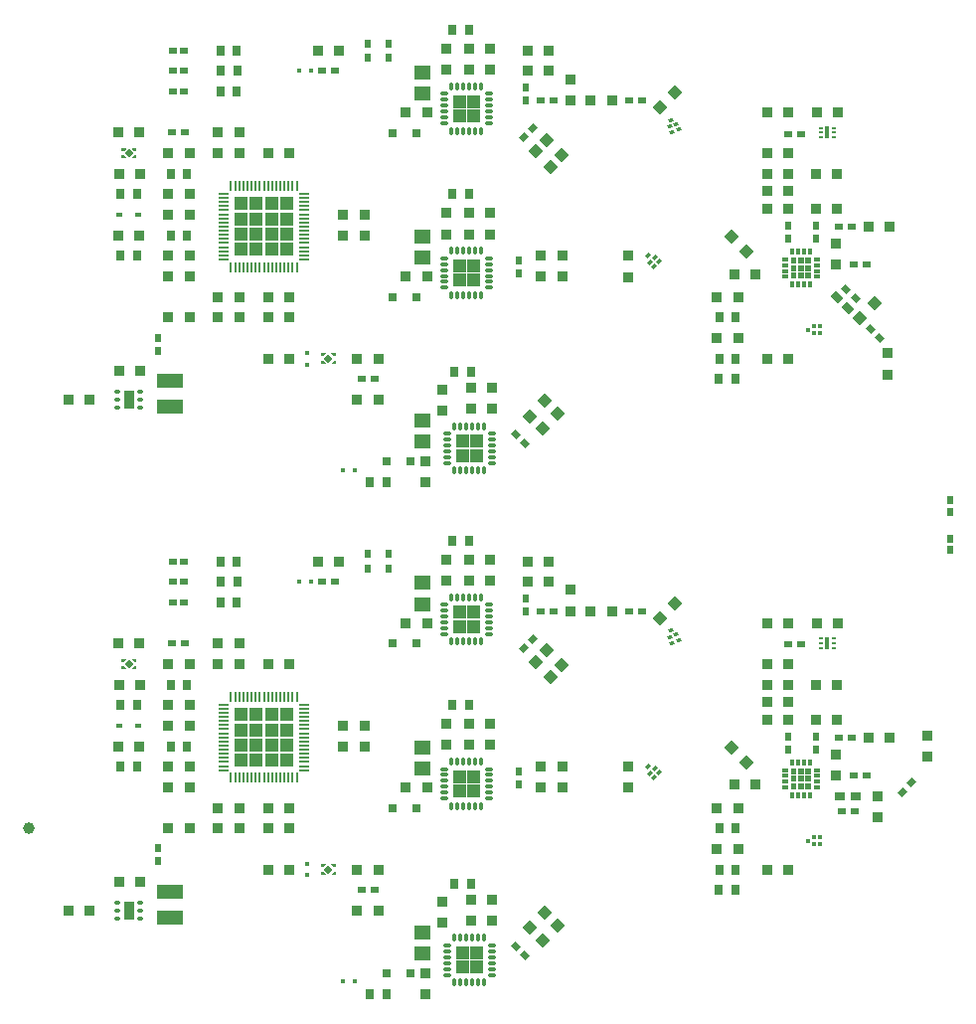
<source format=gtp>
G04*
G04 #@! TF.GenerationSoftware,Altium Limited,Altium Designer,22.5.1 (42)*
G04*
G04 Layer_Color=8421504*
%FSLAX25Y25*%
%MOIN*%
G70*
G04*
G04 #@! TF.SameCoordinates,832724F5-B549-4049-99F2-7D55CE51EEB7*
G04*
G04*
G04 #@! TF.FilePolarity,Positive*
G04*
G01*
G75*
%ADD20C,0.03937*%
G04:AMPARAMS|DCode=21|XSize=11.81mil|YSize=17.72mil|CornerRadius=0.3mil|HoleSize=0mil|Usage=FLASHONLY|Rotation=0.000|XOffset=0mil|YOffset=0mil|HoleType=Round|Shape=RoundedRectangle|*
%AMROUNDEDRECTD21*
21,1,0.01181,0.01713,0,0,0.0*
21,1,0.01122,0.01772,0,0,0.0*
1,1,0.00059,0.00561,-0.00856*
1,1,0.00059,-0.00561,-0.00856*
1,1,0.00059,-0.00561,0.00856*
1,1,0.00059,0.00561,0.00856*
%
%ADD21ROUNDEDRECTD21*%
G04:AMPARAMS|DCode=22|XSize=11.81mil|YSize=17.72mil|CornerRadius=0.3mil|HoleSize=0mil|Usage=FLASHONLY|Rotation=90.000|XOffset=0mil|YOffset=0mil|HoleType=Round|Shape=RoundedRectangle|*
%AMROUNDEDRECTD22*
21,1,0.01181,0.01713,0,0,90.0*
21,1,0.01122,0.01772,0,0,90.0*
1,1,0.00059,0.00856,0.00561*
1,1,0.00059,0.00856,-0.00561*
1,1,0.00059,-0.00856,-0.00561*
1,1,0.00059,-0.00856,0.00561*
%
%ADD22ROUNDEDRECTD22*%
%ADD23O,0.01181X0.03150*%
%ADD24O,0.03150X0.01181*%
G04:AMPARAMS|DCode=25|XSize=9.06mil|YSize=33.47mil|CornerRadius=1.13mil|HoleSize=0mil|Usage=FLASHONLY|Rotation=90.000|XOffset=0mil|YOffset=0mil|HoleType=Round|Shape=RoundedRectangle|*
%AMROUNDEDRECTD25*
21,1,0.00906,0.03120,0,0,90.0*
21,1,0.00679,0.03347,0,0,90.0*
1,1,0.00226,0.01560,0.00340*
1,1,0.00226,0.01560,-0.00340*
1,1,0.00226,-0.01560,-0.00340*
1,1,0.00226,-0.01560,0.00340*
%
%ADD25ROUNDEDRECTD25*%
G04:AMPARAMS|DCode=26|XSize=9.06mil|YSize=33.47mil|CornerRadius=1.13mil|HoleSize=0mil|Usage=FLASHONLY|Rotation=0.000|XOffset=0mil|YOffset=0mil|HoleType=Round|Shape=RoundedRectangle|*
%AMROUNDEDRECTD26*
21,1,0.00906,0.03120,0,0,0.0*
21,1,0.00679,0.03347,0,0,0.0*
1,1,0.00226,0.00340,-0.01560*
1,1,0.00226,-0.00340,-0.01560*
1,1,0.00226,-0.00340,0.01560*
1,1,0.00226,0.00340,0.01560*
%
%ADD26ROUNDEDRECTD26*%
G04:AMPARAMS|DCode=27|XSize=25.81mil|YSize=21.65mil|CornerRadius=0mil|HoleSize=0mil|Usage=FLASHONLY|Rotation=45.000|XOffset=0mil|YOffset=0mil|HoleType=Round|Shape=Rectangle|*
%AMROTATEDRECTD27*
4,1,4,-0.00147,-0.01678,-0.01678,-0.00147,0.00147,0.01678,0.01678,0.00147,-0.00147,-0.01678,0.0*
%
%ADD27ROTATEDRECTD27*%

G04:AMPARAMS|DCode=28|XSize=11.81mil|YSize=14.76mil|CornerRadius=0.3mil|HoleSize=0mil|Usage=FLASHONLY|Rotation=315.000|XOffset=0mil|YOffset=0mil|HoleType=Round|Shape=RoundedRectangle|*
%AMROUNDEDRECTD28*
21,1,0.01181,0.01417,0,0,315.0*
21,1,0.01122,0.01476,0,0,315.0*
1,1,0.00059,-0.00104,-0.00898*
1,1,0.00059,-0.00898,-0.00104*
1,1,0.00059,0.00104,0.00898*
1,1,0.00059,0.00898,0.00104*
%
%ADD28ROUNDEDRECTD28*%
%ADD29R,0.03543X0.03543*%
%ADD30R,0.03000X0.03000*%
%ADD31R,0.01600X0.01600*%
%ADD32R,0.03543X0.03543*%
G04:AMPARAMS|DCode=33|XSize=9.45mil|YSize=14.57mil|CornerRadius=0.94mil|HoleSize=0mil|Usage=FLASHONLY|Rotation=270.000|XOffset=0mil|YOffset=0mil|HoleType=Round|Shape=RoundedRectangle|*
%AMROUNDEDRECTD33*
21,1,0.00945,0.01268,0,0,270.0*
21,1,0.00756,0.01457,0,0,270.0*
1,1,0.00189,-0.00634,-0.00378*
1,1,0.00189,-0.00634,0.00378*
1,1,0.00189,0.00634,0.00378*
1,1,0.00189,0.00634,-0.00378*
%
%ADD33ROUNDEDRECTD33*%
G04:AMPARAMS|DCode=34|XSize=13.78mil|YSize=40.55mil|CornerRadius=0mil|HoleSize=0mil|Usage=FLASHONLY|Rotation=0.000|XOffset=0mil|YOffset=0mil|HoleType=Round|Shape=RoundedRectangle|*
%AMROUNDEDRECTD34*
21,1,0.01378,0.04055,0,0,0.0*
21,1,0.01378,0.04055,0,0,0.0*
1,1,0.00000,0.00689,-0.02028*
1,1,0.00000,-0.00689,-0.02028*
1,1,0.00000,-0.00689,0.02028*
1,1,0.00000,0.00689,0.02028*
%
%ADD34ROUNDEDRECTD34*%
G04:AMPARAMS|DCode=35|XSize=35.43mil|YSize=59.06mil|CornerRadius=0mil|HoleSize=0mil|Usage=FLASHONLY|Rotation=180.000|XOffset=0mil|YOffset=0mil|HoleType=Round|Shape=RoundedRectangle|*
%AMROUNDEDRECTD35*
21,1,0.03543,0.05906,0,0,180.0*
21,1,0.03543,0.05906,0,0,180.0*
1,1,0.00000,-0.01772,0.02953*
1,1,0.00000,0.01772,0.02953*
1,1,0.00000,0.01772,-0.02953*
1,1,0.00000,-0.01772,-0.02953*
%
%ADD35ROUNDEDRECTD35*%
G04:AMPARAMS|DCode=36|XSize=11.81mil|YSize=17.72mil|CornerRadius=1.95mil|HoleSize=0mil|Usage=FLASHONLY|Rotation=270.000|XOffset=0mil|YOffset=0mil|HoleType=Round|Shape=RoundedRectangle|*
%AMROUNDEDRECTD36*
21,1,0.01181,0.01382,0,0,270.0*
21,1,0.00791,0.01772,0,0,270.0*
1,1,0.00390,-0.00691,-0.00396*
1,1,0.00390,-0.00691,0.00396*
1,1,0.00390,0.00691,0.00396*
1,1,0.00390,0.00691,-0.00396*
%
%ADD36ROUNDEDRECTD36*%
%ADD37P,0.02951X4X180.0*%
%ADD38R,0.00591X0.00984*%
%ADD39R,0.08700X0.04600*%
%ADD40R,0.02581X0.02165*%
%ADD41R,0.02165X0.02581*%
G04:AMPARAMS|DCode=42|XSize=11.81mil|YSize=14.76mil|CornerRadius=0.3mil|HoleSize=0mil|Usage=FLASHONLY|Rotation=0.000|XOffset=0mil|YOffset=0mil|HoleType=Round|Shape=RoundedRectangle|*
%AMROUNDEDRECTD42*
21,1,0.01181,0.01417,0,0,0.0*
21,1,0.01122,0.01476,0,0,0.0*
1,1,0.00059,0.00561,-0.00709*
1,1,0.00059,-0.00561,-0.00709*
1,1,0.00059,-0.00561,0.00709*
1,1,0.00059,0.00561,0.00709*
%
%ADD42ROUNDEDRECTD42*%
G04:AMPARAMS|DCode=43|XSize=11.81mil|YSize=14.76mil|CornerRadius=0.3mil|HoleSize=0mil|Usage=FLASHONLY|Rotation=295.000|XOffset=0mil|YOffset=0mil|HoleType=Round|Shape=RoundedRectangle|*
%AMROUNDEDRECTD43*
21,1,0.01181,0.01417,0,0,295.0*
21,1,0.01122,0.01476,0,0,295.0*
1,1,0.00059,-0.00405,-0.00808*
1,1,0.00059,-0.00879,0.00209*
1,1,0.00059,0.00405,0.00808*
1,1,0.00059,0.00879,-0.00209*
%
%ADD43ROUNDEDRECTD43*%
%ADD44R,0.03150X0.03543*%
%ADD45R,0.02000X0.03000*%
%ADD46R,0.03543X0.02756*%
%ADD47P,0.05011X4X360.0*%
%ADD48R,0.05512X0.04724*%
%ADD49R,0.02362X0.03150*%
%ADD50R,0.01600X0.01600*%
%ADD51R,0.03000X0.02000*%
%ADD52P,0.05011X4X90.0*%
G04:AMPARAMS|DCode=53|XSize=25.81mil|YSize=21.65mil|CornerRadius=0mil|HoleSize=0mil|Usage=FLASHONLY|Rotation=315.000|XOffset=0mil|YOffset=0mil|HoleType=Round|Shape=Rectangle|*
%AMROTATEDRECTD53*
4,1,4,-0.01678,0.00147,-0.00147,0.01678,0.01678,-0.00147,0.00147,-0.01678,-0.01678,0.00147,0.0*
%
%ADD53ROTATEDRECTD53*%

G04:AMPARAMS|DCode=54|XSize=35.43mil|YSize=27.56mil|CornerRadius=0mil|HoleSize=0mil|Usage=FLASHONLY|Rotation=315.000|XOffset=0mil|YOffset=0mil|HoleType=Round|Shape=Rectangle|*
%AMROTATEDRECTD54*
4,1,4,-0.02227,0.00278,-0.00278,0.02227,0.02227,-0.00278,0.00278,-0.02227,-0.02227,0.00278,0.0*
%
%ADD54ROTATEDRECTD54*%

%ADD55R,0.02000X0.01400*%
G36*
X58563Y131693D02*
X57776D01*
X57087Y132382D01*
Y132677D01*
X58563D01*
Y131693D01*
D02*
G37*
G36*
X55118Y132382D02*
X54429Y131693D01*
X53642D01*
Y132677D01*
X55118D01*
Y132382D01*
D02*
G37*
G36*
X58563Y129134D02*
X56890D01*
Y129232D01*
X57776Y130118D01*
X58563D01*
Y129134D01*
D02*
G37*
G36*
X55118Y129429D02*
Y129134D01*
X53642D01*
Y130118D01*
X54429D01*
X55118Y129429D01*
D02*
G37*
G36*
X111221Y116142D02*
X111221Y111811D01*
X106890Y111811D01*
X106890Y116142D01*
X111221Y116142D01*
D02*
G37*
G36*
X106102Y116142D02*
X106102Y111811D01*
X101772Y111811D01*
X101772Y116142D01*
X106102Y116142D01*
D02*
G37*
G36*
X100984D02*
X100984Y111811D01*
X96654Y111811D01*
X96653Y116142D01*
X100984Y116142D01*
D02*
G37*
G36*
X95866D02*
X95866Y111811D01*
X91536Y111811D01*
X91535Y116142D01*
X95866Y116142D01*
D02*
G37*
G36*
X111220Y111024D02*
X111221Y106693D01*
X106890Y106693D01*
X106890Y111024D01*
X111220Y111024D01*
D02*
G37*
G36*
X106102Y111024D02*
X106102Y106693D01*
X101772Y106693D01*
X101772Y111024D01*
X106102Y111024D01*
D02*
G37*
G36*
X100984D02*
X100984Y106693D01*
X96654Y106693D01*
X96653Y111024D01*
X100984Y111024D01*
D02*
G37*
G36*
X95866D02*
X95866Y106693D01*
X91536Y106693D01*
X91535Y111024D01*
X95866Y111024D01*
D02*
G37*
G36*
X111221Y105905D02*
X111221Y101575D01*
X106890Y101575D01*
X106890Y105905D01*
X111221Y105905D01*
D02*
G37*
G36*
X106102Y105905D02*
X106102Y101575D01*
X101772Y101575D01*
X101772Y105905D01*
X106102Y105905D01*
D02*
G37*
G36*
X100984D02*
X100984Y101575D01*
X96654Y101575D01*
X96654Y105905D01*
X100984Y105905D01*
D02*
G37*
G36*
X95866D02*
X95866Y101575D01*
X91536Y101575D01*
X91536Y105905D01*
X95866Y105905D01*
D02*
G37*
G36*
X111221Y100787D02*
X111221Y96457D01*
X106890Y96457D01*
X106890Y100787D01*
X111221Y100787D01*
D02*
G37*
G36*
X106102Y100787D02*
X106102Y96457D01*
X101772Y96457D01*
X101772Y100787D01*
X106102Y100787D01*
D02*
G37*
G36*
X100984D02*
X100984Y96457D01*
X96653Y96457D01*
X96653Y100787D01*
X100984Y100787D01*
D02*
G37*
G36*
X95866D02*
X95866Y96457D01*
X91535Y96457D01*
X91535Y100787D01*
X95866Y100787D01*
D02*
G37*
G36*
X122047Y63484D02*
X121358Y62795D01*
X120571D01*
Y63779D01*
X122047D01*
Y63484D01*
D02*
G37*
G36*
Y60532D02*
Y60236D01*
X120571D01*
Y61221D01*
X121358D01*
X122047Y60532D01*
D02*
G37*
G36*
X173819Y146063D02*
X169488D01*
X169488Y150394D01*
X173819Y150394D01*
X173819Y146063D01*
D02*
G37*
G36*
X169095Y150394D02*
Y146063D01*
X164764Y146063D01*
Y150394D01*
X169095Y150394D01*
D02*
G37*
G36*
X173819Y141339D02*
X169488Y141339D01*
X169488Y145669D01*
X173819Y145669D01*
X173819Y141339D01*
D02*
G37*
G36*
X169095Y145669D02*
X169095Y141339D01*
X164764Y141339D01*
X164764Y145669D01*
X169095Y145669D01*
D02*
G37*
G36*
X284941Y93878D02*
X282972D01*
Y95846D01*
X284941D01*
Y93878D01*
D02*
G37*
G36*
X282480D02*
X280512D01*
Y95846D01*
X282480D01*
Y93878D01*
D02*
G37*
G36*
X280020D02*
X278051D01*
Y95846D01*
X280020D01*
Y93878D01*
D02*
G37*
G36*
X284941Y91417D02*
X282972D01*
Y93385D01*
X284941D01*
Y91417D01*
D02*
G37*
G36*
X282480D02*
X280512D01*
Y93385D01*
X282480D01*
Y91417D01*
D02*
G37*
G36*
X280020D02*
X278051D01*
Y93385D01*
X280020D01*
Y91417D01*
D02*
G37*
G36*
X173819Y90945D02*
X169488D01*
X169488Y95276D01*
X173819Y95276D01*
X173819Y90945D01*
D02*
G37*
G36*
X169095Y95276D02*
Y90945D01*
X164764Y90945D01*
Y95276D01*
X169095Y95276D01*
D02*
G37*
G36*
X284941Y88956D02*
X282972D01*
Y90925D01*
X284941D01*
Y88956D01*
D02*
G37*
G36*
X282480D02*
X280512D01*
Y90925D01*
X282480D01*
Y88956D01*
D02*
G37*
G36*
X280020D02*
X278051D01*
Y90925D01*
X280020D01*
Y88956D01*
D02*
G37*
G36*
X173819Y86221D02*
X169488Y86221D01*
X169488Y90551D01*
X173819Y90551D01*
X173819Y86221D01*
D02*
G37*
G36*
X169095Y90551D02*
X169095Y86221D01*
X164764Y86221D01*
X164764Y90551D01*
X169095Y90551D01*
D02*
G37*
G36*
X125492Y62795D02*
X124705D01*
X124016Y63484D01*
Y63779D01*
X125492D01*
Y62795D01*
D02*
G37*
G36*
Y60236D02*
X123819D01*
Y60335D01*
X124705Y61221D01*
X125492D01*
Y60236D01*
D02*
G37*
G36*
X174803Y31760D02*
X170472D01*
X170472Y36090D01*
X174803Y36090D01*
X174803Y31760D01*
D02*
G37*
G36*
X170079Y36090D02*
Y31760D01*
X165748Y31760D01*
Y36090D01*
X170079Y36090D01*
D02*
G37*
G36*
X174803Y27035D02*
X170472Y27035D01*
X170472Y31366D01*
X174803Y31366D01*
X174803Y27035D01*
D02*
G37*
G36*
X170079Y31366D02*
X170079Y27035D01*
X165748Y27035D01*
X165748Y31366D01*
X170079Y31366D01*
D02*
G37*
G36*
X173819Y317323D02*
X169488D01*
X169488Y321654D01*
X173819Y321654D01*
X173819Y317323D01*
D02*
G37*
G36*
X169095Y321654D02*
Y317323D01*
X164764Y317323D01*
Y321654D01*
X169095Y321654D01*
D02*
G37*
G36*
X173819Y312598D02*
X169488Y312598D01*
X169488Y316929D01*
X173819Y316929D01*
X173819Y312598D01*
D02*
G37*
G36*
X169095Y316929D02*
X169095Y312598D01*
X164764Y312598D01*
X164764Y316929D01*
X169095Y316929D01*
D02*
G37*
G36*
X58563Y302953D02*
X57776D01*
X57087Y303642D01*
Y303937D01*
X58563D01*
Y302953D01*
D02*
G37*
G36*
X55118Y303642D02*
X54429Y302953D01*
X53642D01*
Y303937D01*
X55118D01*
Y303642D01*
D02*
G37*
G36*
X58563Y300394D02*
X56890D01*
Y300492D01*
X57776Y301378D01*
X58563D01*
Y300394D01*
D02*
G37*
G36*
X55118Y300689D02*
Y300394D01*
X53642D01*
Y301378D01*
X54429D01*
X55118Y300689D01*
D02*
G37*
G36*
X111221Y287402D02*
X111221Y283071D01*
X106890Y283071D01*
X106890Y287402D01*
X111221Y287402D01*
D02*
G37*
G36*
X106103Y287402D02*
X106103Y283071D01*
X101772Y283071D01*
X101772Y287402D01*
X106103Y287402D01*
D02*
G37*
G36*
X100984D02*
X100984Y283071D01*
X96654Y283071D01*
X96654Y287402D01*
X100984Y287402D01*
D02*
G37*
G36*
X95866D02*
X95866Y283071D01*
X91536Y283071D01*
X91536Y287402D01*
X95866Y287402D01*
D02*
G37*
G36*
X111221Y282283D02*
X111221Y277953D01*
X106890Y277953D01*
X106890Y282283D01*
X111221Y282283D01*
D02*
G37*
G36*
X106102Y282283D02*
X106103Y277953D01*
X101772Y277953D01*
X101772Y282283D01*
X106102Y282283D01*
D02*
G37*
G36*
X100984D02*
X100984Y277953D01*
X96654Y277953D01*
X96654Y282283D01*
X100984Y282283D01*
D02*
G37*
G36*
X95866D02*
X95866Y277953D01*
X91536Y277953D01*
X91536Y282283D01*
X95866Y282283D01*
D02*
G37*
G36*
X111221Y277165D02*
X111221Y272835D01*
X106890Y272835D01*
X106890Y277165D01*
X111221Y277165D01*
D02*
G37*
G36*
X106103Y277165D02*
X106103Y272835D01*
X101772Y272835D01*
X101772Y277165D01*
X106103Y277165D01*
D02*
G37*
G36*
X100984D02*
X100984Y272835D01*
X96654Y272835D01*
X96654Y277165D01*
X100984Y277165D01*
D02*
G37*
G36*
X95866D02*
X95866Y272835D01*
X91536Y272835D01*
X91536Y277165D01*
X95866Y277165D01*
D02*
G37*
G36*
X111221Y272047D02*
X111221Y267717D01*
X106890Y267717D01*
X106890Y272047D01*
X111221Y272047D01*
D02*
G37*
G36*
X106103Y272047D02*
X106103Y267717D01*
X101772Y267717D01*
X101772Y272047D01*
X106103Y272047D01*
D02*
G37*
G36*
X100984D02*
X100984Y267717D01*
X96654Y267717D01*
X96654Y272047D01*
X100984Y272047D01*
D02*
G37*
G36*
X95866D02*
X95866Y267717D01*
X91536Y267717D01*
X91536Y272047D01*
X95866Y272047D01*
D02*
G37*
G36*
X284941Y265137D02*
X282973D01*
Y267106D01*
X284941D01*
Y265137D01*
D02*
G37*
G36*
X282480D02*
X280512D01*
Y267106D01*
X282480D01*
Y265137D01*
D02*
G37*
G36*
X280020D02*
X278051D01*
Y267106D01*
X280020D01*
Y265137D01*
D02*
G37*
G36*
X284941Y262677D02*
X282973D01*
Y264645D01*
X284941D01*
Y262677D01*
D02*
G37*
G36*
X282480D02*
X280512D01*
Y264645D01*
X282480D01*
Y262677D01*
D02*
G37*
G36*
X280020D02*
X278051D01*
Y264645D01*
X280020D01*
Y262677D01*
D02*
G37*
G36*
X173819Y262205D02*
X169488D01*
X169488Y266535D01*
X173819Y266535D01*
X173819Y262205D01*
D02*
G37*
G36*
X169095Y266535D02*
Y262205D01*
X164764Y262205D01*
Y266535D01*
X169095Y266535D01*
D02*
G37*
G36*
X284941Y260216D02*
X282973D01*
Y262185D01*
X284941D01*
Y260216D01*
D02*
G37*
G36*
X282480D02*
X280512D01*
Y262185D01*
X282480D01*
Y260216D01*
D02*
G37*
G36*
X280020D02*
X278051D01*
Y262185D01*
X280020D01*
Y260216D01*
D02*
G37*
G36*
X173819Y257480D02*
X169488Y257480D01*
X169488Y261811D01*
X173819Y261811D01*
X173819Y257480D01*
D02*
G37*
G36*
X169095Y261811D02*
X169095Y257480D01*
X164764Y257480D01*
X164764Y261811D01*
X169095Y261811D01*
D02*
G37*
G36*
X125492Y234055D02*
X124705D01*
X124016Y234744D01*
Y235039D01*
X125492D01*
Y234055D01*
D02*
G37*
G36*
X122047Y234744D02*
X121358Y234055D01*
X120571D01*
Y235039D01*
X122047D01*
Y234744D01*
D02*
G37*
G36*
X125492Y231496D02*
X123819D01*
Y231594D01*
X124705Y232480D01*
X125492D01*
Y231496D01*
D02*
G37*
G36*
X122047Y231791D02*
Y231496D01*
X120571D01*
Y232480D01*
X121358D01*
X122047Y231791D01*
D02*
G37*
G36*
X174803Y203413D02*
X170473D01*
X170473Y207744D01*
X174803Y207744D01*
X174803Y203413D01*
D02*
G37*
G36*
X170079Y207744D02*
Y203413D01*
X165748Y203413D01*
Y207744D01*
X170079Y207744D01*
D02*
G37*
G36*
X174803Y198689D02*
X170473Y198689D01*
X170473Y203019D01*
X174803Y203019D01*
X174803Y198689D01*
D02*
G37*
G36*
X170079Y203019D02*
X170079Y198689D01*
X165748Y198689D01*
X165748Y203019D01*
X170079Y203019D01*
D02*
G37*
D20*
X22638Y75787D02*
D03*
D21*
X284449Y97815D02*
D03*
Y86988D02*
D03*
X278543Y97815D02*
D03*
X280512D02*
D03*
X282480D02*
D03*
Y86988D02*
D03*
X280512D02*
D03*
X278543D02*
D03*
X284449Y269074D02*
D03*
Y258248D02*
D03*
X278543Y269074D02*
D03*
X280512D02*
D03*
X282480D02*
D03*
Y258248D02*
D03*
X280512D02*
D03*
X278543D02*
D03*
D22*
X286910Y89448D02*
D03*
X276083D02*
D03*
X286910Y95354D02*
D03*
Y93385D02*
D03*
Y91417D02*
D03*
X276083D02*
D03*
Y93385D02*
D03*
Y95354D02*
D03*
X286910Y260708D02*
D03*
X276083D02*
D03*
X286910Y266614D02*
D03*
Y264645D02*
D03*
Y262677D02*
D03*
X276083D02*
D03*
Y264645D02*
D03*
Y266614D02*
D03*
D23*
X175197Y39043D02*
D03*
X173228D02*
D03*
X171260D02*
D03*
X169291D02*
D03*
X167323D02*
D03*
X165354D02*
D03*
Y24082D02*
D03*
X167323D02*
D03*
X169291D02*
D03*
X171260D02*
D03*
X173228D02*
D03*
X175197D02*
D03*
X175197Y210697D02*
D03*
X173229D02*
D03*
X171260D02*
D03*
X169291D02*
D03*
X167323D02*
D03*
X165354D02*
D03*
Y195736D02*
D03*
X167323D02*
D03*
X169291D02*
D03*
X171260D02*
D03*
X173229D02*
D03*
X175197D02*
D03*
X174213Y98228D02*
D03*
X172244D02*
D03*
X170276D02*
D03*
X168307D02*
D03*
X166339D02*
D03*
X164370D02*
D03*
Y83268D02*
D03*
X166339D02*
D03*
X168307D02*
D03*
X170276D02*
D03*
X172244D02*
D03*
X174213D02*
D03*
Y153347D02*
D03*
X172244D02*
D03*
X170276D02*
D03*
X168307D02*
D03*
X166339D02*
D03*
X164370D02*
D03*
Y138386D02*
D03*
X166339D02*
D03*
X168307D02*
D03*
X170276D02*
D03*
X172244D02*
D03*
X174213D02*
D03*
X174213Y269488D02*
D03*
X172244D02*
D03*
X170276D02*
D03*
X168307D02*
D03*
X166339D02*
D03*
X164370D02*
D03*
Y254527D02*
D03*
X166339D02*
D03*
X168307D02*
D03*
X170276D02*
D03*
X172244D02*
D03*
X174213D02*
D03*
Y324606D02*
D03*
X172244D02*
D03*
X170276D02*
D03*
X168307D02*
D03*
X166339D02*
D03*
X164370D02*
D03*
Y309646D02*
D03*
X166339D02*
D03*
X168307D02*
D03*
X170276D02*
D03*
X172244D02*
D03*
X174213D02*
D03*
D24*
X162795Y36484D02*
D03*
Y34515D02*
D03*
Y32547D02*
D03*
Y30578D02*
D03*
Y28610D02*
D03*
Y26641D02*
D03*
X177756D02*
D03*
Y28610D02*
D03*
Y30578D02*
D03*
Y32547D02*
D03*
Y34515D02*
D03*
Y36484D02*
D03*
X162795Y208137D02*
D03*
Y206169D02*
D03*
Y204200D02*
D03*
Y202232D02*
D03*
Y200263D02*
D03*
Y198295D02*
D03*
X177756D02*
D03*
Y200263D02*
D03*
Y202232D02*
D03*
Y204200D02*
D03*
Y206169D02*
D03*
Y208137D02*
D03*
X161811Y95669D02*
D03*
Y93701D02*
D03*
Y91732D02*
D03*
Y89764D02*
D03*
Y87795D02*
D03*
Y85827D02*
D03*
X176772D02*
D03*
Y87795D02*
D03*
Y89764D02*
D03*
Y91732D02*
D03*
Y93701D02*
D03*
Y95669D02*
D03*
X161811Y150787D02*
D03*
Y148819D02*
D03*
Y146850D02*
D03*
Y144882D02*
D03*
Y142913D02*
D03*
Y140945D02*
D03*
X176772D02*
D03*
Y142913D02*
D03*
Y144882D02*
D03*
Y146850D02*
D03*
Y148819D02*
D03*
Y150787D02*
D03*
X161811Y266929D02*
D03*
Y264961D02*
D03*
Y262992D02*
D03*
Y261024D02*
D03*
Y259055D02*
D03*
Y257087D02*
D03*
X176772D02*
D03*
Y259055D02*
D03*
Y261024D02*
D03*
Y262992D02*
D03*
Y264961D02*
D03*
Y266929D02*
D03*
X161811Y322047D02*
D03*
Y320079D02*
D03*
Y318110D02*
D03*
Y316142D02*
D03*
Y314173D02*
D03*
Y312205D02*
D03*
X176772D02*
D03*
Y314173D02*
D03*
Y316142D02*
D03*
Y318110D02*
D03*
Y320079D02*
D03*
Y322047D02*
D03*
D25*
X87795Y95276D02*
D03*
Y96653D02*
D03*
Y98032D02*
D03*
Y99409D02*
D03*
Y100787D02*
D03*
Y117323D02*
D03*
Y115945D02*
D03*
Y114567D02*
D03*
Y113189D02*
D03*
Y111811D02*
D03*
Y110433D02*
D03*
Y109055D02*
D03*
Y107677D02*
D03*
Y106299D02*
D03*
Y104921D02*
D03*
Y103543D02*
D03*
Y102165D02*
D03*
X114961Y96653D02*
D03*
Y99409D02*
D03*
Y100787D02*
D03*
Y102165D02*
D03*
Y103543D02*
D03*
Y104921D02*
D03*
Y106299D02*
D03*
Y107677D02*
D03*
Y109055D02*
D03*
Y110433D02*
D03*
Y111811D02*
D03*
Y113189D02*
D03*
Y117323D02*
D03*
Y115945D02*
D03*
Y114567D02*
D03*
Y98032D02*
D03*
Y95276D02*
D03*
X87795Y266535D02*
D03*
Y267913D02*
D03*
Y269291D02*
D03*
Y270669D02*
D03*
Y272047D02*
D03*
Y288583D02*
D03*
Y287205D02*
D03*
Y285827D02*
D03*
Y284449D02*
D03*
Y283071D02*
D03*
Y281693D02*
D03*
Y280315D02*
D03*
Y278937D02*
D03*
Y277559D02*
D03*
Y276181D02*
D03*
Y274803D02*
D03*
Y273425D02*
D03*
X114961Y267913D02*
D03*
Y270669D02*
D03*
Y272047D02*
D03*
Y273425D02*
D03*
Y274803D02*
D03*
Y276181D02*
D03*
Y277559D02*
D03*
Y278937D02*
D03*
Y280315D02*
D03*
Y281693D02*
D03*
Y283071D02*
D03*
Y284449D02*
D03*
Y288583D02*
D03*
Y287205D02*
D03*
Y285827D02*
D03*
Y269291D02*
D03*
Y266535D02*
D03*
D26*
X90354Y92716D02*
D03*
X91732D02*
D03*
X93110D02*
D03*
X94488D02*
D03*
X95866D02*
D03*
X97244D02*
D03*
X98622D02*
D03*
X100000D02*
D03*
X101378D02*
D03*
X102756D02*
D03*
X104134D02*
D03*
X105512D02*
D03*
X111024Y119882D02*
D03*
X109646D02*
D03*
X108268D02*
D03*
X106890D02*
D03*
X105512D02*
D03*
X104134D02*
D03*
X102756D02*
D03*
X101378D02*
D03*
X100000D02*
D03*
X98622D02*
D03*
X97244D02*
D03*
X95866D02*
D03*
X111024Y92716D02*
D03*
X109646D02*
D03*
X108268D02*
D03*
X106890D02*
D03*
X90354Y119882D02*
D03*
X91732D02*
D03*
X93110D02*
D03*
X94488D02*
D03*
X112402Y92716D02*
D03*
Y119882D02*
D03*
X90354Y263976D02*
D03*
X91732D02*
D03*
X93110D02*
D03*
X94488D02*
D03*
X95866D02*
D03*
X97244D02*
D03*
X98622D02*
D03*
X100000D02*
D03*
X101378D02*
D03*
X102756D02*
D03*
X104134D02*
D03*
X105512D02*
D03*
X111024Y291142D02*
D03*
X109646D02*
D03*
X108268D02*
D03*
X106890D02*
D03*
X105512D02*
D03*
X104134D02*
D03*
X102756D02*
D03*
X101378D02*
D03*
X100000D02*
D03*
X98622D02*
D03*
X97244D02*
D03*
X95866D02*
D03*
X111024Y263976D02*
D03*
X109646D02*
D03*
X108268D02*
D03*
X106890D02*
D03*
X90354Y291142D02*
D03*
X91732D02*
D03*
X93110D02*
D03*
X94488D02*
D03*
X112402Y263976D02*
D03*
Y291142D02*
D03*
D27*
X318468Y91106D02*
D03*
X315390Y88028D02*
D03*
X188422Y136256D02*
D03*
X191500Y139334D02*
D03*
X188422Y307516D02*
D03*
X191500Y310594D02*
D03*
D28*
X230315Y96457D02*
D03*
X230907Y94264D02*
D03*
X232298Y92873D02*
D03*
X232507Y95865D02*
D03*
X233899Y94473D02*
D03*
X233899Y265733D02*
D03*
X232507Y267125D02*
D03*
X232299Y264132D02*
D03*
X230907Y265524D02*
D03*
X230315Y267717D02*
D03*
D29*
X323819Y106890D02*
D03*
Y99803D02*
D03*
X223425Y96457D02*
D03*
Y89370D02*
D03*
X307087Y79527D02*
D03*
Y86614D02*
D03*
X293307Y100591D02*
D03*
Y93504D02*
D03*
X170276Y158858D02*
D03*
Y165945D02*
D03*
X177165D02*
D03*
Y158858D02*
D03*
X162402D02*
D03*
Y165945D02*
D03*
X162402Y282087D02*
D03*
Y275000D02*
D03*
X177165D02*
D03*
Y282087D02*
D03*
X170276Y275000D02*
D03*
Y282087D02*
D03*
X162402Y103740D02*
D03*
Y110827D02*
D03*
X177165D02*
D03*
Y103740D02*
D03*
X170276D02*
D03*
Y110827D02*
D03*
X223425Y267717D02*
D03*
Y260630D02*
D03*
X204134Y319882D02*
D03*
Y326968D02*
D03*
X171000Y44803D02*
D03*
Y51890D02*
D03*
X171000Y223543D02*
D03*
Y216457D02*
D03*
X177165Y330118D02*
D03*
Y337205D02*
D03*
X170276Y330118D02*
D03*
Y337205D02*
D03*
X178000Y216457D02*
D03*
Y223543D02*
D03*
X161205Y215921D02*
D03*
Y223007D02*
D03*
X155512Y198885D02*
D03*
Y191799D02*
D03*
X310630Y227953D02*
D03*
Y235039D02*
D03*
X293307Y264764D02*
D03*
Y271850D02*
D03*
X162402Y330118D02*
D03*
Y337205D02*
D03*
X204134Y155709D02*
D03*
Y148622D02*
D03*
X155512Y27232D02*
D03*
Y20145D02*
D03*
X161205Y44267D02*
D03*
Y51354D02*
D03*
X178000Y51890D02*
D03*
Y44803D02*
D03*
D30*
X152559Y82677D02*
D03*
X144685D02*
D03*
X150496Y27165D02*
D03*
X142622D02*
D03*
X152559Y137795D02*
D03*
X144685D02*
D03*
X152374Y253882D02*
D03*
X144500D02*
D03*
X150496Y198819D02*
D03*
X142622D02*
D03*
X152374Y309000D02*
D03*
X144500D02*
D03*
D31*
X113189Y158465D02*
D03*
X117126D02*
D03*
X127953Y24606D02*
D03*
X131890D02*
D03*
X127953Y195866D02*
D03*
X131890D02*
D03*
X113189Y329724D02*
D03*
X117126D02*
D03*
D32*
X102756Y130905D02*
D03*
X277165Y130905D02*
D03*
X270079D02*
D03*
X69291Y75787D02*
D03*
X76378D02*
D03*
X52756Y57874D02*
D03*
X59842D02*
D03*
X277165Y144685D02*
D03*
X270079D02*
D03*
X293898D02*
D03*
X286811D02*
D03*
X42913Y48228D02*
D03*
X35827D02*
D03*
X59646Y137795D02*
D03*
X52559D02*
D03*
X93110D02*
D03*
X86024D02*
D03*
X76378Y130905D02*
D03*
X69291D02*
D03*
X52756Y124016D02*
D03*
X59842D02*
D03*
X139764Y48228D02*
D03*
X132677D02*
D03*
X132677Y62008D02*
D03*
X139764D02*
D03*
X109843Y62008D02*
D03*
X102756D02*
D03*
X253346Y68898D02*
D03*
X260433D02*
D03*
X277165Y62008D02*
D03*
X270079D02*
D03*
X253346Y82677D02*
D03*
X260433D02*
D03*
X266339Y90433D02*
D03*
X259252D02*
D03*
X311221Y106299D02*
D03*
X304134D02*
D03*
X270079Y124016D02*
D03*
X277165D02*
D03*
X293504Y112205D02*
D03*
X286417D02*
D03*
X293701Y124016D02*
D03*
X286614D02*
D03*
X270079Y118110D02*
D03*
X277165D02*
D03*
X270079Y112205D02*
D03*
X277165D02*
D03*
X277166Y302165D02*
D03*
X270079D02*
D03*
X76378Y247047D02*
D03*
X69292D02*
D03*
X59843Y229134D02*
D03*
X52756D02*
D03*
X277166Y315945D02*
D03*
X270079D02*
D03*
X293898D02*
D03*
X286811D02*
D03*
X42913Y219488D02*
D03*
X35827D02*
D03*
X59646Y309055D02*
D03*
X52559D02*
D03*
X93110D02*
D03*
X86024D02*
D03*
X69292Y302165D02*
D03*
X76378D02*
D03*
X52756Y295276D02*
D03*
X59843D02*
D03*
X139764Y219488D02*
D03*
X132677D02*
D03*
X132677Y233268D02*
D03*
X139764D02*
D03*
X109843Y233268D02*
D03*
X102756D02*
D03*
X156102Y144685D02*
D03*
X149016D02*
D03*
X156103Y260827D02*
D03*
X149016D02*
D03*
X201378Y260827D02*
D03*
X194291D02*
D03*
X201378Y267717D02*
D03*
X194291D02*
D03*
X156102Y89567D02*
D03*
X149016D02*
D03*
X194291Y89567D02*
D03*
X201378D02*
D03*
X194291Y96457D02*
D03*
X201378D02*
D03*
X218110Y319882D02*
D03*
X211024D02*
D03*
X196851Y329724D02*
D03*
X189764D02*
D03*
X196851Y336614D02*
D03*
X189764D02*
D03*
X126575Y336614D02*
D03*
X119488D02*
D03*
X293701Y295275D02*
D03*
X286614D02*
D03*
X109843Y253937D02*
D03*
X102756D02*
D03*
X260433Y240157D02*
D03*
X253346D02*
D03*
X270079Y233268D02*
D03*
X277166D02*
D03*
X260433Y253937D02*
D03*
X253346D02*
D03*
X259252Y261693D02*
D03*
X266339D02*
D03*
X304134Y277559D02*
D03*
X311221D02*
D03*
X277166Y295275D02*
D03*
X270079D02*
D03*
X286417Y283465D02*
D03*
X293504D02*
D03*
X277166Y289370D02*
D03*
X270079D02*
D03*
X277166Y283465D02*
D03*
X270079D02*
D03*
X156103Y315945D02*
D03*
X149016D02*
D03*
X135039Y281496D02*
D03*
X127953D02*
D03*
X86024Y247047D02*
D03*
X93110D02*
D03*
X119488Y165354D02*
D03*
X126575D02*
D03*
X86024Y253937D02*
D03*
X93110D02*
D03*
X211024Y148622D02*
D03*
X218110D02*
D03*
X189764Y158465D02*
D03*
X196850D02*
D03*
X189764Y165354D02*
D03*
X196850D02*
D03*
X135039Y274606D02*
D03*
X127953D02*
D03*
X93110Y302165D02*
D03*
X86024D02*
D03*
X102756Y247047D02*
D03*
X109843D02*
D03*
X102756Y302165D02*
D03*
X109843D02*
D03*
X76378Y288386D02*
D03*
X69292D02*
D03*
X76378Y260827D02*
D03*
X69292D02*
D03*
X52559Y274606D02*
D03*
X59646D02*
D03*
X76378Y267717D02*
D03*
X69292D02*
D03*
X76378Y281496D02*
D03*
X69292D02*
D03*
X102756Y82677D02*
D03*
X109843D02*
D03*
X102756Y75787D02*
D03*
X109843D02*
D03*
X93110Y82677D02*
D03*
X86024D02*
D03*
X93110Y75787D02*
D03*
X86024D02*
D03*
X76378Y89567D02*
D03*
X69291D02*
D03*
X76378Y96457D02*
D03*
X69291D02*
D03*
X127953Y103346D02*
D03*
X135039D02*
D03*
X127953Y110236D02*
D03*
X135039D02*
D03*
X52559Y103346D02*
D03*
X59646D02*
D03*
X76378Y117126D02*
D03*
X69291D02*
D03*
X76378Y110236D02*
D03*
X69291D02*
D03*
X109843Y130905D02*
D03*
X93110Y130905D02*
D03*
X86024D02*
D03*
D33*
X288327Y139370D02*
D03*
Y137795D02*
D03*
Y136221D02*
D03*
X292382D02*
D03*
Y137795D02*
D03*
Y139370D02*
D03*
X292382Y310630D02*
D03*
Y309055D02*
D03*
Y307480D02*
D03*
X288327D02*
D03*
Y309055D02*
D03*
Y310630D02*
D03*
D34*
X290354Y137795D02*
D03*
X290354Y309055D02*
D03*
D35*
X56102Y48228D02*
D03*
X56103Y219488D02*
D03*
D36*
X52264Y45669D02*
D03*
Y48228D02*
D03*
Y50787D02*
D03*
X59941D02*
D03*
Y48228D02*
D03*
Y45669D02*
D03*
X59941Y216929D02*
D03*
Y219488D02*
D03*
Y222047D02*
D03*
X52264D02*
D03*
Y219488D02*
D03*
Y216929D02*
D03*
D37*
X56102Y130905D02*
D03*
X123031Y62008D02*
D03*
X56103Y302165D02*
D03*
X123032Y233268D02*
D03*
D38*
X53937Y129626D02*
D03*
X58268D02*
D03*
X53937Y132185D02*
D03*
X58268D02*
D03*
X120866Y60728D02*
D03*
X125197D02*
D03*
X120866Y63287D02*
D03*
X125197D02*
D03*
X58268Y303445D02*
D03*
X53937D02*
D03*
X58268Y300886D02*
D03*
X53937D02*
D03*
X120866Y231988D02*
D03*
X125197D02*
D03*
X120866Y234547D02*
D03*
X125197D02*
D03*
D39*
X69882Y45797D02*
D03*
Y54597D02*
D03*
X69882Y225857D02*
D03*
Y217057D02*
D03*
D40*
X277351Y137402D02*
D03*
X281704D02*
D03*
X75011Y137795D02*
D03*
X70658D02*
D03*
X138397Y55118D02*
D03*
X134044D02*
D03*
X295068Y81693D02*
D03*
X299420D02*
D03*
X303565Y93504D02*
D03*
X299213D02*
D03*
X294083Y106299D02*
D03*
X298436D02*
D03*
X277351Y308661D02*
D03*
X281704D02*
D03*
X75011Y309055D02*
D03*
X70658D02*
D03*
X138397Y226378D02*
D03*
X134044D02*
D03*
X228172Y319882D02*
D03*
X223819D02*
D03*
X198644D02*
D03*
X194291D02*
D03*
X120855Y329724D02*
D03*
X125208D02*
D03*
X299213Y264764D02*
D03*
X303566D02*
D03*
X298436Y277559D02*
D03*
X294084D02*
D03*
X125208Y158465D02*
D03*
X120855D02*
D03*
X223819Y148622D02*
D03*
X228172D02*
D03*
X194291D02*
D03*
X198644D02*
D03*
D41*
X65945Y69105D02*
D03*
Y64753D02*
D03*
X277165Y106507D02*
D03*
Y102154D02*
D03*
X286417Y106507D02*
D03*
Y102154D02*
D03*
X65945Y236013D02*
D03*
Y240365D02*
D03*
X187008Y266153D02*
D03*
Y261800D02*
D03*
X187008Y90540D02*
D03*
Y94893D02*
D03*
X189370Y319882D02*
D03*
Y324235D02*
D03*
X277166Y273414D02*
D03*
Y277767D02*
D03*
X286417Y273414D02*
D03*
Y277767D02*
D03*
X189370Y152975D02*
D03*
Y148622D02*
D03*
D42*
X283876Y71636D02*
D03*
X285845Y70504D02*
D03*
X287813D02*
D03*
X285845Y72767D02*
D03*
X287813D02*
D03*
X283858Y242913D02*
D03*
X285827Y241781D02*
D03*
X287795D02*
D03*
X285827Y244045D02*
D03*
X287795D02*
D03*
D43*
X237709Y142054D02*
D03*
X237515Y139791D02*
D03*
X238347Y138007D02*
D03*
X239567Y140748D02*
D03*
X240399Y138964D02*
D03*
X240399Y310224D02*
D03*
X239567Y312008D02*
D03*
X238347Y309267D02*
D03*
X237515Y311051D02*
D03*
X237709Y313314D02*
D03*
D44*
X259646Y62008D02*
D03*
X254134D02*
D03*
X259449Y55118D02*
D03*
X253937D02*
D03*
X259646Y75787D02*
D03*
X254134D02*
D03*
X170079Y172244D02*
D03*
X164567D02*
D03*
X170079Y288386D02*
D03*
X164567D02*
D03*
X170079Y117126D02*
D03*
X164567D02*
D03*
X75591Y274606D02*
D03*
X70079D02*
D03*
X92323Y336614D02*
D03*
X86811D02*
D03*
X92520Y329724D02*
D03*
X87008D02*
D03*
X92323Y322835D02*
D03*
X86811D02*
D03*
X170756Y229000D02*
D03*
X165244D02*
D03*
X170079Y343504D02*
D03*
X164567D02*
D03*
X142520Y191929D02*
D03*
X137008D02*
D03*
X254134Y233268D02*
D03*
X259646D02*
D03*
X253937Y226378D02*
D03*
X259449D02*
D03*
X254134Y247047D02*
D03*
X259646D02*
D03*
X70079Y103346D02*
D03*
X75590D02*
D03*
X92323Y165354D02*
D03*
X86811D02*
D03*
X92520Y158465D02*
D03*
X87008D02*
D03*
X92323Y151575D02*
D03*
X86811D02*
D03*
X53347Y288386D02*
D03*
X58858D02*
D03*
X75591Y295275D02*
D03*
X70079D02*
D03*
X53347Y267717D02*
D03*
X58858D02*
D03*
X53347Y117126D02*
D03*
X58858D02*
D03*
X53347Y96457D02*
D03*
X58858D02*
D03*
X75590Y124016D02*
D03*
X70079D02*
D03*
X165244Y57346D02*
D03*
X170756D02*
D03*
X137008Y20276D02*
D03*
X142520D02*
D03*
D45*
X331496Y169089D02*
D03*
Y172790D02*
D03*
Y182008D02*
D03*
Y185708D02*
D03*
D46*
X299803Y86614D02*
D03*
X294685D02*
D03*
D47*
X263332Y97888D02*
D03*
X258321Y102899D02*
D03*
X196313Y135380D02*
D03*
X201324Y130368D02*
D03*
X192376Y131442D02*
D03*
X197387Y126432D02*
D03*
X197388Y297691D02*
D03*
X192376Y302702D02*
D03*
X201325Y301628D02*
D03*
X196314Y306639D02*
D03*
X258321Y274159D02*
D03*
X263332Y269148D02*
D03*
D48*
X154528Y158071D02*
D03*
Y150984D02*
D03*
X154528Y267126D02*
D03*
Y274213D02*
D03*
X154528Y102953D02*
D03*
Y95866D02*
D03*
X154528Y212665D02*
D03*
Y205578D02*
D03*
Y329331D02*
D03*
Y322244D02*
D03*
X154528Y41012D02*
D03*
Y33925D02*
D03*
D49*
X143307Y334252D02*
D03*
Y338976D02*
D03*
X136221Y334252D02*
D03*
Y338976D02*
D03*
X136221Y167717D02*
D03*
Y162992D02*
D03*
X143307Y167717D02*
D03*
Y162992D02*
D03*
D50*
X115968Y235236D02*
D03*
Y231299D02*
D03*
X115968Y63976D02*
D03*
Y60039D02*
D03*
D51*
X70985Y336614D02*
D03*
X74685D02*
D03*
X70985Y329724D02*
D03*
X74685D02*
D03*
X70985Y322835D02*
D03*
X74685D02*
D03*
X74685Y158465D02*
D03*
X70985D02*
D03*
X74685Y165354D02*
D03*
X70985D02*
D03*
X74685Y151575D02*
D03*
X70985D02*
D03*
D52*
X239120Y322387D02*
D03*
X234109Y317376D02*
D03*
X194729Y209923D02*
D03*
X199740Y214934D02*
D03*
X190408Y214030D02*
D03*
X195419Y219041D02*
D03*
X301181Y246850D02*
D03*
X306192Y251861D02*
D03*
X234109Y146116D02*
D03*
X239120Y151128D02*
D03*
X195419Y47387D02*
D03*
X190408Y42376D02*
D03*
X199740Y43280D02*
D03*
X194729Y38269D02*
D03*
D53*
X185899Y207802D02*
D03*
X188977Y204724D02*
D03*
X299767Y253382D02*
D03*
X296690Y256460D02*
D03*
X307838Y240193D02*
D03*
X304760Y243271D02*
D03*
X185898Y36149D02*
D03*
X188976Y33071D02*
D03*
D54*
X293466Y253778D02*
D03*
X297085Y250159D02*
D03*
D55*
X59252Y110236D02*
D03*
X52952D02*
D03*
X59253Y281496D02*
D03*
X52952D02*
D03*
M02*

</source>
